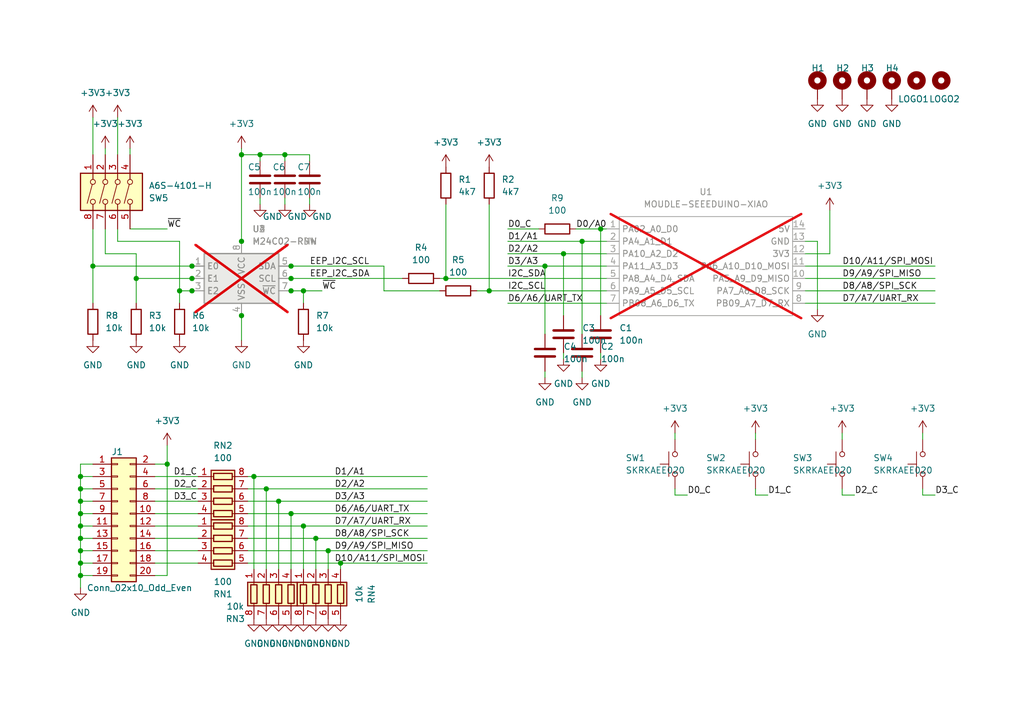
<source format=kicad_sch>
(kicad_sch (version 20230121) (generator eeschema)
  (paper "A5")
  (title_block (title "EEPROM programmer") (date "2024-02-11") (company "Tardigrade Marine Services"))
  (lib_symbols
    (symbol "Connector_Generic:Conn_02x10_Odd_Even" (pin_names (offset 1.016) hide)
      (property "Reference" "J" (at 1.27 12.7 0))
      (property "Value" "Conn_02x10_Odd_Even" (at 1.27 -15.24 0))
      (symbol "Conn_02x10_Odd_Even_1_1"
        (rectangle (start -1.27 -12.573) (end 0 -12.827) (stroke (width 0.1524)))
        (rectangle (start -1.27 -10.033) (end 0 -10.287) (stroke (width 0.1524)))
        (rectangle (start -1.27 -7.493) (end 0 -7.747) (stroke (width 0.1524)))
        (rectangle (start -1.27 -4.953) (end 0 -5.207) (stroke (width 0.1524)))
        (rectangle (start -1.27 -2.413) (end 0 -2.667) (stroke (width 0.1524)))
        (rectangle (start -1.27 0.127) (end 0 -0.127) (stroke (width 0.1524)))
        (rectangle (start -1.27 2.667) (end 0 2.413) (stroke (width 0.1524)))
        (rectangle (start -1.27 5.207) (end 0 4.953) (stroke (width 0.1524)))
        (rectangle (start -1.27 7.747) (end 0 7.493) (stroke (width 0.1524)))
        (rectangle (start -1.27 10.287) (end 0 10.033) (stroke (width 0.1524)))
        (rectangle (start -1.27 11.43) (end 3.81 -13.97) (stroke (width 0.254)) (fill (type background)))
        (rectangle (start 3.81 -12.573) (end 2.54 -12.827) (stroke (width 0.1524)))
        (rectangle (start 3.81 -10.033) (end 2.54 -10.287) (stroke (width 0.1524)))
        (rectangle (start 3.81 -7.493) (end 2.54 -7.747) (stroke (width 0.1524)))
        (rectangle (start 3.81 -4.953) (end 2.54 -5.207) (stroke (width 0.1524)))
        (rectangle (start 3.81 -2.413) (end 2.54 -2.667) (stroke (width 0.1524)))
        (rectangle (start 3.81 0.127) (end 2.54 -0.127) (stroke (width 0.1524)))
        (rectangle (start 3.81 2.667) (end 2.54 2.413) (stroke (width 0.1524)))
        (rectangle (start 3.81 5.207) (end 2.54 4.953) (stroke (width 0.1524)))
        (rectangle (start 3.81 7.747) (end 2.54 7.493) (stroke (width 0.1524)))
        (rectangle (start 3.81 10.287) (end 2.54 10.033) (stroke (width 0.1524)))
        (pin passive line (at -5.08 10.16 0) (length 3.81) (name "Pin_1") (number "1"))
        (pin passive line (at 7.62 0 180) (length 3.81) (name "Pin_10") (number "10"))
        (pin passive line (at -5.08 -2.54 0) (length 3.81) (name "Pin_11") (number "11"))
        (pin passive line (at 7.62 -2.54 180) (length 3.81) (name "Pin_12") (number "12"))
        (pin passive line (at -5.08 -5.08 0) (length 3.81) (name "Pin_13") (number "13"))
        (pin passive line (at 7.62 -5.08 180) (length 3.81) (name "Pin_14") (number "14"))
        (pin passive line (at -5.08 -7.62 0) (length 3.81) (name "Pin_15") (number "15"))
        (pin passive line (at 7.62 -7.62 180) (length 3.81) (name "Pin_16") (number "16"))
        (pin passive line (at -5.08 -10.16 0) (length 3.81) (name "Pin_17") (number "17"))
        (pin passive line (at 7.62 -10.16 180) (length 3.81) (name "Pin_18") (number "18"))
        (pin passive line (at -5.08 -12.7 0) (length 3.81) (name "Pin_19") (number "19"))
        (pin passive line (at 7.62 10.16 180) (length 3.81) (name "Pin_2") (number "2"))
        (pin passive line (at 7.62 -12.7 180) (length 3.81) (name "Pin_20") (number "20"))
        (pin passive line (at -5.08 7.62 0) (length 3.81) (name "Pin_3") (number "3"))
        (pin passive line (at 7.62 7.62 180) (length 3.81) (name "Pin_4") (number "4"))
        (pin passive line (at -5.08 5.08 0) (length 3.81) (name "Pin_5") (number "5"))
        (pin passive line (at 7.62 5.08 180) (length 3.81) (name "Pin_6") (number "6"))
        (pin passive line (at -5.08 2.54 0) (length 3.81) (name "Pin_7") (number "7"))
        (pin passive line (at 7.62 2.54 180) (length 3.81) (name "Pin_8") (number "8"))
        (pin passive line (at -5.08 0 0) (length 3.81) (name "Pin_9") (number "9"))
      )
    )
    (symbol "Device:C" (pin_numbers hide) (pin_names (offset 0.254))
      (property "Reference" "C" (at 0.635 2.54 0))
      (property "Value" "C" (at 0.635 -2.54 0))
      (symbol "C_0_1"
        (polyline (pts (xy -2.032 -0.762) (xy 2.032 -0.762)) (stroke (width 0.508)))
        (polyline (pts (xy -2.032 0.762) (xy 2.032 0.762)) (stroke (width 0.508)))
      )
      (symbol "C_1_1"
        (pin passive line (at 0 3.81 270) (length 2.794) (name "~") (number "1"))
        (pin passive line (at 0 -3.81 90) (length 2.794) (name "~") (number "2"))
      )
    )
    (symbol "Device:R" (pin_numbers hide) (pin_names (offset 0))
      (property "Reference" "R" (at 2.032 0 90))
      (property "Value" "R" (at 0 0 90))
      (symbol "R_0_1"
        (rectangle (start -1.016 -2.54) (end 1.016 2.54) (stroke (width 0.254)))
      )
      (symbol "R_1_1"
        (pin passive line (at 0 3.81 270) (length 1.27) (name "~") (number "1"))
        (pin passive line (at 0 -3.81 90) (length 1.27) (name "~") (number "2"))
      )
    )
    (symbol "Device:R_Pack04" (pin_names (offset 0) hide)
      (property "Reference" "RN" (at -7.62 0 90))
      (property "Value" "R_Pack04" (at 5.08 0 90))
      (symbol "R_Pack04_0_1"
        (rectangle (start -6.35 -2.413) (end 3.81 2.413) (stroke (width 0.254)) (fill (type background)))
        (rectangle (start -5.715 1.905) (end -4.445 -1.905) (stroke (width 0.254)))
        (rectangle (start -3.175 1.905) (end -1.905 -1.905) (stroke (width 0.254)))
        (rectangle (start -0.635 1.905) (end 0.635 -1.905) (stroke (width 0.254)))
        (polyline (pts (xy -5.08 -2.54) (xy -5.08 -1.905)))
        (polyline (pts (xy -5.08 1.905) (xy -5.08 2.54)))
        (polyline (pts (xy -2.54 -2.54) (xy -2.54 -1.905)))
        (polyline (pts (xy -2.54 1.905) (xy -2.54 2.54)))
        (polyline (pts (xy 0 -2.54) (xy 0 -1.905)))
        (polyline (pts (xy 0 1.905) (xy 0 2.54)))
        (polyline (pts (xy 2.54 -2.54) (xy 2.54 -1.905)))
        (polyline (pts (xy 2.54 1.905) (xy 2.54 2.54)))
        (rectangle (start 1.905 1.905) (end 3.175 -1.905) (stroke (width 0.254)))
      )
      (symbol "R_Pack04_1_1"
        (pin passive line (at -5.08 -5.08 90) (length 2.54) (name "R1.1") (number "1"))
        (pin passive line (at -2.54 -5.08 90) (length 2.54) (name "R2.1") (number "2"))
        (pin passive line (at 0 -5.08 90) (length 2.54) (name "R3.1") (number "3"))
        (pin passive line (at 2.54 -5.08 90) (length 2.54) (name "R4.1") (number "4"))
        (pin passive line (at 2.54 5.08 270) (length 2.54) (name "R4.2") (number "5"))
        (pin passive line (at 0 5.08 270) (length 2.54) (name "R3.2") (number "6"))
        (pin passive line (at -2.54 5.08 270) (length 2.54) (name "R2.2") (number "7"))
        (pin passive line (at -5.08 5.08 270) (length 2.54) (name "R1.2") (number "8"))
      )
    )
    (symbol "MOUDLE-SEEEDUINO-XIAO:MOUDLE-SEEEDUINO-XIAO"
      (property "Reference" "U" (at -16.51 11.43 0))
      (property "Value" "MOUDLE-SEEEDUINO-XIAO" (at -3.81 -11.43 0))
      (symbol "MOUDLE-SEEEDUINO-XIAO_0_1"
        (rectangle (start -16.51 10.16) (end 19.05 -10.16))
      )
      (symbol "MOUDLE-SEEEDUINO-XIAO_1_1"
        (pin passive line (at -19.05 7.62 0) (length 2.54) (name "PA02_A0_D0") (number "1"))
        (pin passive line (at 21.59 -2.54 180) (length 2.54) (name "PA5_A9_D9_MISO") (number "10"))
        (pin passive line (at 21.59 0 180) (length 2.54) (name "PA6_A10_D10_MOSI") (number "11"))
        (pin passive line (at 21.59 2.54 180) (length 2.54) (name "3V3") (number "12"))
        (pin passive line (at 21.59 5.08 180) (length 2.54) (name "GND") (number "13"))
        (pin passive line (at 21.59 7.62 180) (length 2.54) (name "5V") (number "14"))
        (pin passive line (at -19.05 5.08 0) (length 2.54) (name "PA4_A1_D1") (number "2"))
        (pin passive line (at -19.05 2.54 0) (length 2.54) (name "PA10_A2_D2") (number "3"))
        (pin passive line (at -19.05 0 0) (length 2.54) (name "PA11_A3_D3") (number "4"))
        (pin passive line (at -19.05 -2.54 0) (length 2.54) (name "PA8_A4_D4_SDA") (number "5"))
        (pin passive line (at -19.05 -5.08 0) (length 2.54) (name "PA9_A5_D5_SCL") (number "6"))
        (pin passive line (at -19.05 -7.62 0) (length 2.54) (name "PB08_A6_D6_TX") (number "7"))
        (pin passive line (at 21.59 -7.62 180) (length 2.54) (name "PB09_A7_D7_RX") (number "8"))
        (pin passive line (at 21.59 -5.08 180) (length 2.54) (name "PA7_A8_D8_SCK") (number "9"))
      )
    )
    (symbol "Mechanical:MountingHole" (pin_names (offset 1.016))
      (property "Reference" "H" (at 0 5.08 0))
      (property "Value" "MountingHole" (at 0 3.175 0))
      (symbol "MountingHole_0_1"
        (circle (center 0 0) (radius 1.27) (stroke (width 1.27)))
      )
    )
    (symbol "Mechanical:MountingHole_Pad" (pin_numbers hide) (pin_names (offset 1.016) hide)
      (property "Reference" "H" (at 0 6.35 0))
      (property "Value" "MountingHole_Pad" (at 0 4.445 0))
      (symbol "MountingHole_Pad_0_1"
        (circle (center 0 1.27) (radius 1.27) (stroke (width 1.27)))
      )
      (symbol "MountingHole_Pad_1_1"
        (pin input line (at 0 -2.54 90) (length 2.54) (name "1") (number "1"))
      )
    )
    (symbol "Memory_EEPROM:M24C02-RDW"
      (property "Reference" "U" (at -6.35 6.35 0))
      (property "Value" "M24C02-RDW" (at 7.62 6.35 0))
      (symbol "M24C02-RDW_0_1"
        (rectangle (start -7.62 5.08) (end 7.62 -5.08) (stroke (width 0.254)) (fill (type background)))
      )
      (symbol "M24C02-RDW_1_1"
        (pin input line (at -10.16 2.54 0) (length 2.54) (name "E0") (number "1"))
        (pin input line (at -10.16 0 0) (length 2.54) (name "E1") (number "2"))
        (pin input line (at -10.16 -2.54 0) (length 2.54) (name "E2") (number "3"))
        (pin power_in line (at 0 -7.62 90) (length 2.54) (name "VSS") (number "4"))
        (pin bidirectional line (at 10.16 2.54 180) (length 2.54) (name "SDA") (number "5"))
        (pin input line (at 10.16 0 180) (length 2.54) (name "SCL") (number "6"))
        (pin input line (at 10.16 -2.54 180) (length 2.54) (name "~{WC}") (number "7"))
        (pin power_in line (at 0 7.62 270) (length 2.54) (name "VCC") (number "8"))
      )
    )
    (symbol "Memory_EEPROM:M24C02-RMN"
      (property "Reference" "U" (at -6.35 6.35 0))
      (property "Value" "M24C02-RMN" (at 7.62 6.35 0))
      (symbol "M24C02-RMN_0_1"
        (rectangle (start -7.62 5.08) (end 7.62 -5.08) (stroke (width 0.254)) (fill (type background)))
      )
      (symbol "M24C02-RMN_1_1"
        (pin input line (at -10.16 2.54 0) (length 2.54) (name "E0") (number "1"))
        (pin input line (at -10.16 0 0) (length 2.54) (name "E1") (number "2"))
        (pin input line (at -10.16 -2.54 0) (length 2.54) (name "E2") (number "3"))
        (pin power_in line (at 0 -7.62 90) (length 2.54) (name "VSS") (number "4"))
        (pin bidirectional line (at 10.16 2.54 180) (length 2.54) (name "SDA") (number "5"))
        (pin input line (at 10.16 0 180) (length 2.54) (name "SCL") (number "6"))
        (pin input line (at 10.16 -2.54 180) (length 2.54) (name "~{WC}") (number "7"))
        (pin power_in line (at 0 7.62 270) (length 2.54) (name "VCC") (number "8"))
      )
    )
    (symbol "Switch:SW_DIP_x04" (pin_names (offset 0) hide)
      (property "Reference" "SW" (at 0 8.89 0))
      (property "Value" "SW_DIP_x04" (at 0 -6.35 0))
      (symbol "SW_DIP_x04_0_0"
        (circle (center -2.032 -2.54) (radius 0.508))
        (circle (center -2.032 0) (radius 0.508))
        (circle (center -2.032 2.54) (radius 0.508))
        (circle (center -2.032 5.08) (radius 0.508))
        (polyline (pts (xy -1.524 -2.3876) (xy 2.3622 -1.3462)))
        (polyline (pts (xy -1.524 0.127) (xy 2.3622 1.1684)))
        (polyline (pts (xy -1.524 2.667) (xy 2.3622 3.7084)))
        (polyline (pts (xy -1.524 5.207) (xy 2.3622 6.2484)))
        (circle (center 2.032 -2.54) (radius 0.508))
        (circle (center 2.032 0) (radius 0.508))
        (circle (center 2.032 2.54) (radius 0.508))
        (circle (center 2.032 5.08) (radius 0.508))
      )
      (symbol "SW_DIP_x04_0_1"
        (rectangle (start -3.81 7.62) (end 3.81 -5.08) (stroke (width 0.254)) (fill (type background)))
      )
      (symbol "SW_DIP_x04_1_1"
        (pin passive line (at -7.62 5.08 0) (length 5.08) (name "~") (number "1"))
        (pin passive line (at -7.62 2.54 0) (length 5.08) (name "~") (number "2"))
        (pin passive line (at -7.62 0 0) (length 5.08) (name "~") (number "3"))
        (pin passive line (at -7.62 -2.54 0) (length 5.08) (name "~") (number "4"))
        (pin passive line (at 7.62 -2.54 180) (length 5.08) (name "~") (number "5"))
        (pin passive line (at 7.62 0 180) (length 5.08) (name "~") (number "6"))
        (pin passive line (at 7.62 2.54 180) (length 5.08) (name "~") (number "7"))
        (pin passive line (at 7.62 5.08 180) (length 5.08) (name "~") (number "8"))
      )
    )
    (symbol "Switch:SW_Push" (pin_numbers hide) (pin_names (offset 1.016) hide)
      (property "Reference" "SW" (at 1.27 2.54 0))
      (property "Value" "SW_Push" (at 0 -1.524 0))
      (symbol "SW_Push_0_1"
        (circle (center -2.032 0) (radius 0.508))
        (polyline (pts (xy 0 1.27) (xy 0 3.048)))
        (polyline (pts (xy 2.54 1.27) (xy -2.54 1.27)))
        (circle (center 2.032 0) (radius 0.508))
        (pin passive line (at -5.08 0 0) (length 2.54) (name "1") (number "1"))
        (pin passive line (at 5.08 0 180) (length 2.54) (name "2") (number "2"))
      )
    )
    (symbol "power:+3V3" (power) (pin_names (offset 0))
      (property "Value" "+3V3" (at 0 3.556 0))
      (symbol "+3V3_0_1"
        (polyline (pts (xy -0.762 1.27) (xy 0 2.54)))
        (polyline (pts (xy 0 0) (xy 0 2.54)))
        (polyline (pts (xy 0 2.54) (xy 0.762 1.27)))
      )
      (symbol "+3V3_1_1"
        (pin power_in line (at 0 0 90) (length 0) hide (name "+3V3") (number "1"))
      )
    )
    (symbol "power:GND" (power) (pin_names (offset 0))
      (property "Value" "GND" (at 0 -3.81 0))
      (symbol "GND_0_1"
        (polyline (pts (xy 0 0) (xy 0 -1.27) (xy 1.27 -1.27) (xy 0 -2.54) (xy -1.27 -1.27) (xy 0 -1.27)))
      )
      (symbol "GND_1_1"
        (pin power_in line (at 0 0 270) (length 0) hide (name "GND") (number "1"))
      )
    )
  )
  (junction (at 39.37 57.15))
  (junction (at 27.94 57.15))
  (junction (at 100.33 59.69))
  (junction (at 67.31 113.03))
  (junction (at 16.51 107.95))
  (junction (at 16.51 100.33))
  (junction (at 49.53 64.77))
  (junction (at 16.51 118.11))
  (junction (at 16.51 102.87))
  (junction (at 16.51 97.79))
  (junction (at 19.05 54.61))
  (junction (at 59.69 105.41))
  (junction (at 62.23 59.69))
  (junction (at 36.83 59.69))
  (junction (at 64.77 110.49))
  (junction (at 69.85 115.57))
  (junction (at 59.69 54.61))
  (junction (at 16.51 110.49))
  (junction (at 53.34 31.75))
  (junction (at 49.53 49.53))
  (junction (at 111.76 54.61))
  (junction (at 62.23 107.95))
  (junction (at 52.07 97.79))
  (junction (at 16.51 113.03))
  (junction (at 34.29 95.25))
  (junction (at 54.61 100.33))
  (junction (at 119.38 49.53))
  (junction (at 115.57 52.07))
  (junction (at 49.53 31.75))
  (junction (at 59.69 57.15))
  (junction (at 59.69 59.69))
  (junction (at 91.44 57.15))
  (junction (at 39.37 54.61))
  (junction (at 16.51 105.41))
  (junction (at 123.19 46.99))
  (junction (at 16.51 115.57))
  (junction (at 58.42 31.75))
  (junction (at 57.15 102.87))
  (junction (at 39.37 59.69))
  (wire (pts (xy 62.23 62.23) (xy 62.23 59.69)))
  (wire (pts (xy 167.64 49.53) (xy 167.64 63.5)))
  (wire (pts (xy 104.14 52.07) (xy 115.57 52.07)))
  (wire (pts (xy 138.43 101.6) (xy 140.97 101.6)))
  (wire (pts (xy 26.67 46.99) (xy 34.29 46.99)))
  (wire (pts (xy 16.51 115.57) (xy 16.51 113.03)))
  (wire (pts (xy 111.76 77.47) (xy 111.76 76.2)))
  (wire (pts (xy 16.51 102.87) (xy 16.51 100.33)))
  (wire (pts (xy 104.14 62.23) (xy 124.46 62.23)))
  (wire (pts (xy 154.94 101.6) (xy 157.48 101.6)))
  (wire (pts (xy 100.33 59.69) (xy 124.46 59.69)))
  (wire (pts (xy 172.72 100.33) (xy 172.72 101.6)))
  (wire (pts (xy 50.8 110.49) (xy 64.77 110.49)))
  (wire (pts (xy 59.69 105.41) (xy 87.63 105.41)))
  (wire (pts (xy 50.8 102.87) (xy 57.15 102.87)))
  (wire (pts (xy 62.23 59.69) (xy 66.04 59.69)))
  (wire (pts (xy 59.69 57.15) (xy 82.55 57.15)))
  (wire (pts (xy 119.38 77.47) (xy 119.38 76.2)))
  (wire (pts (xy 119.38 49.53) (xy 124.46 49.53)))
  (wire (pts (xy 19.05 115.57) (xy 16.51 115.57)))
  (wire (pts (xy 54.61 100.33) (xy 87.63 100.33)))
  (wire (pts (xy 111.76 54.61) (xy 124.46 54.61)))
  (wire (pts (xy 19.05 118.11) (xy 16.51 118.11)))
  (wire (pts (xy 16.51 97.79) (xy 16.51 95.25)))
  (wire (pts (xy 34.29 95.25) (xy 31.75 95.25)))
  (wire (pts (xy 172.72 88.9) (xy 172.72 90.17)))
  (wire (pts (xy 16.51 113.03) (xy 16.51 110.49)))
  (wire (pts (xy 165.1 54.61) (xy 191.77 54.61)))
  (wire (pts (xy 24.13 49.53) (xy 36.83 49.53)))
  (wire (pts (xy 34.29 118.11) (xy 31.75 118.11)))
  (wire (pts (xy 62.23 107.95) (xy 87.63 107.95)))
  (wire (pts (xy 91.44 41.91) (xy 91.44 57.15)))
  (wire (pts (xy 50.8 113.03) (xy 67.31 113.03)))
  (wire (pts (xy 50.8 100.33) (xy 54.61 100.33)))
  (wire (pts (xy 53.34 31.75) (xy 58.42 31.75)))
  (wire (pts (xy 165.1 62.23) (xy 191.77 62.23)))
  (wire (pts (xy 27.94 62.23) (xy 27.94 57.15)))
  (wire (pts (xy 62.23 59.69) (xy 59.69 59.69)))
  (wire (pts (xy 53.34 41.91) (xy 53.34 40.64)))
  (wire (pts (xy 115.57 73.66) (xy 115.57 72.39)))
  (wire (pts (xy 19.05 46.99) (xy 19.05 54.61)))
  (wire (pts (xy 57.15 102.87) (xy 87.63 102.87)))
  (wire (pts (xy 64.77 110.49) (xy 64.77 116.84)))
  (wire (pts (xy 21.59 30.48) (xy 21.59 31.75)))
  (wire (pts (xy 40.64 115.57) (xy 31.75 115.57)))
  (wire (pts (xy 53.34 33.02) (xy 53.34 31.75)))
  (wire (pts (xy 16.51 95.25) (xy 19.05 95.25)))
  (wire (pts (xy 189.23 101.6) (xy 191.77 101.6)))
  (wire (pts (xy 115.57 52.07) (xy 115.57 64.77)))
  (wire (pts (xy 49.53 69.85) (xy 49.53 64.77)))
  (wire (pts (xy 54.61 100.33) (xy 54.61 116.84)))
  (wire (pts (xy 90.17 59.69) (xy 78.74 59.69)))
  (wire (pts (xy 34.29 91.44) (xy 34.29 95.25)))
  (wire (pts (xy 49.53 30.48) (xy 49.53 31.75)))
  (wire (pts (xy 154.94 88.9) (xy 154.94 90.17)))
  (wire (pts (xy 165.1 49.53) (xy 167.64 49.53)))
  (wire (pts (xy 24.13 24.13) (xy 24.13 31.75)))
  (wire (pts (xy 52.07 97.79) (xy 52.07 116.84)))
  (wire (pts (xy 19.05 110.49) (xy 16.51 110.49)))
  (wire (pts (xy 119.38 49.53) (xy 119.38 68.58)))
  (wire (pts (xy 19.05 62.23) (xy 19.05 54.61)))
  (wire (pts (xy 118.11 46.99) (xy 123.19 46.99)))
  (wire (pts (xy 40.64 113.03) (xy 31.75 113.03)))
  (wire (pts (xy 172.72 101.6) (xy 175.26 101.6)))
  (wire (pts (xy 21.59 46.99) (xy 21.59 52.07)))
  (wire (pts (xy 58.42 33.02) (xy 58.42 31.75)))
  (wire (pts (xy 24.13 46.99) (xy 24.13 49.53)))
  (wire (pts (xy 19.05 54.61) (xy 39.37 54.61)))
  (wire (pts (xy 40.64 107.95) (xy 31.75 107.95)))
  (wire (pts (xy 40.64 100.33) (xy 31.75 100.33)))
  (wire (pts (xy 16.51 105.41) (xy 16.51 102.87)))
  (wire (pts (xy 138.43 88.9) (xy 138.43 90.17)))
  (wire (pts (xy 104.14 46.99) (xy 110.49 46.99)))
  (wire (pts (xy 69.85 115.57) (xy 69.85 116.84)))
  (wire (pts (xy 16.51 110.49) (xy 16.51 107.95)))
  (wire (pts (xy 165.1 57.15) (xy 191.77 57.15)))
  (wire (pts (xy 36.83 59.69) (xy 39.37 59.69)))
  (wire (pts (xy 189.23 100.33) (xy 189.23 101.6)))
  (wire (pts (xy 50.8 105.41) (xy 59.69 105.41)))
  (wire (pts (xy 63.5 31.75) (xy 58.42 31.75)))
  (wire (pts (xy 63.5 33.02) (xy 63.5 31.75)))
  (wire (pts (xy 111.76 54.61) (xy 111.76 68.58)))
  (wire (pts (xy 19.05 97.79) (xy 16.51 97.79)))
  (wire (pts (xy 52.07 97.79) (xy 87.63 97.79)))
  (wire (pts (xy 36.83 49.53) (xy 36.83 59.69)))
  (wire (pts (xy 50.8 107.95) (xy 62.23 107.95)))
  (wire (pts (xy 19.05 102.87) (xy 16.51 102.87)))
  (wire (pts (xy 189.23 88.9) (xy 189.23 90.17)))
  (wire (pts (xy 27.94 52.07) (xy 27.94 57.15)))
  (wire (pts (xy 40.64 97.79) (xy 31.75 97.79)))
  (wire (pts (xy 123.19 73.66) (xy 123.19 72.39)))
  (wire (pts (xy 104.14 54.61) (xy 111.76 54.61)))
  (wire (pts (xy 170.18 52.07) (xy 165.1 52.07)))
  (wire (pts (xy 165.1 59.69) (xy 191.77 59.69)))
  (wire (pts (xy 67.31 113.03) (xy 87.63 113.03)))
  (wire (pts (xy 16.51 107.95) (xy 16.51 105.41)))
  (wire (pts (xy 19.05 100.33) (xy 16.51 100.33)))
  (wire (pts (xy 19.05 105.41) (xy 16.51 105.41)))
  (wire (pts (xy 57.15 102.87) (xy 57.15 116.84)))
  (wire (pts (xy 16.51 120.65) (xy 16.51 118.11)))
  (wire (pts (xy 40.64 110.49) (xy 31.75 110.49)))
  (wire (pts (xy 19.05 24.13) (xy 19.05 31.75)))
  (wire (pts (xy 58.42 41.91) (xy 58.42 40.64)))
  (wire (pts (xy 40.64 102.87) (xy 31.75 102.87)))
  (wire (pts (xy 16.51 100.33) (xy 16.51 97.79)))
  (wire (pts (xy 34.29 95.25) (xy 34.29 118.11)))
  (wire (pts (xy 26.67 30.48) (xy 26.67 31.75)))
  (wire (pts (xy 19.05 113.03) (xy 16.51 113.03)))
  (wire (pts (xy 67.31 113.03) (xy 67.31 116.84)))
  (wire (pts (xy 123.19 46.99) (xy 123.19 64.77)))
  (wire (pts (xy 50.8 97.79) (xy 52.07 97.79)))
  (wire (pts (xy 69.85 115.57) (xy 87.63 115.57)))
  (wire (pts (xy 62.23 107.95) (xy 62.23 116.84)))
  (wire (pts (xy 104.14 49.53) (xy 119.38 49.53)))
  (wire (pts (xy 97.79 59.69) (xy 100.33 59.69)))
  (wire (pts (xy 170.18 43.18) (xy 170.18 52.07)))
  (wire (pts (xy 27.94 57.15) (xy 39.37 57.15)))
  (wire (pts (xy 36.83 62.23) (xy 36.83 59.69)))
  (wire (pts (xy 64.77 110.49) (xy 87.63 110.49)))
  (wire (pts (xy 154.94 100.33) (xy 154.94 101.6)))
  (wire (pts (xy 138.43 100.33) (xy 138.43 101.6)))
  (wire (pts (xy 59.69 105.41) (xy 59.69 116.84)))
  (wire (pts (xy 49.53 31.75) (xy 49.53 49.53)))
  (wire (pts (xy 115.57 52.07) (xy 124.46 52.07)))
  (wire (pts (xy 40.64 105.41) (xy 31.75 105.41)))
  (wire (pts (xy 19.05 107.95) (xy 16.51 107.95)))
  (wire (pts (xy 21.59 52.07) (xy 27.94 52.07)))
  (wire (pts (xy 50.8 115.57) (xy 69.85 115.57)))
  (wire (pts (xy 53.34 31.75) (xy 49.53 31.75)))
  (wire (pts (xy 91.44 57.15) (xy 124.46 57.15)))
  (wire (pts (xy 59.69 54.61) (xy 78.74 54.61)))
  (wire (pts (xy 123.19 46.99) (xy 124.46 46.99)))
  (wire (pts (xy 78.74 59.69) (xy 78.74 54.61)))
  (wire (pts (xy 90.17 57.15) (xy 91.44 57.15)))
  (wire (pts (xy 16.51 118.11) (xy 16.51 115.57)))
  (wire (pts (xy 100.33 41.91) (xy 100.33 59.69)))
  (wire (pts (xy 63.5 41.91) (xy 63.5 40.64)))
  (label "D10{slash}A11{slash}SPI_MOSI" (at 172.72 54.61 0))
  (label "D9{slash}A9{slash}SPI_MISO" (at 172.72 57.15 0))
  (label "D2_C" (at 35.56 100.33 0))
  (label "D1{slash}A1" (at 104.14 49.53 0))
  (label "D8{slash}A8{slash}SPI_SCK" (at 68.58 110.49 0))
  (label "D10{slash}A11{slash}SPI_MOSI" (at 68.58 115.57 0))
  (label "D7{slash}A7{slash}UART_RX" (at 68.58 107.95 0))
  (label "D1{slash}A1" (at 68.58 97.79 0))
  (label "EEP_I2C_SCL" (at 63.5 54.61 0))
  (label "~{WC}" (at 66.04 59.69 0))
  (label "D2{slash}A2" (at 104.14 52.07 0))
  (label "D3{slash}A3" (at 104.14 54.61 0))
  (label "D3_C" (at 191.77 101.6 0))
  (label "D7{slash}A7{slash}UART_RX" (at 172.72 62.23 0))
  (label "D3_C" (at 35.56 102.87 0))
  (label "D9{slash}A9{slash}SPI_MISO" (at 68.58 113.03 0))
  (label "I2C_SCL" (at 104.14 59.69 0))
  (label "EEP_I2C_SDA" (at 63.5 57.15 0))
  (label "D6{slash}A6{slash}UART_TX" (at 104.14 62.23 0))
  (label "D6{slash}A6{slash}UART_TX" (at 68.58 105.41 0))
  (label "D1_C" (at 157.48 101.6 0))
  (label "D2_C" (at 175.26 101.6 0))
  (label "D0_C" (at 104.14 46.99 0))
  (label "D1_C" (at 35.56 97.79 0))
  (label "~{WC}" (at 34.29 46.99 0))
  (label "D0{slash}A0" (at 118.11 46.99 0))
  (label "D0_C" (at 140.97 101.6 0))
  (label "I2C_SDA" (at 104.14 57.15 0))
  (label "D3{slash}A3" (at 68.58 102.87 0))
  (label "D2{slash}A2" (at 68.58 100.33 0))
  (label "D8{slash}A8{slash}SPI_SCK" (at 172.72 59.69 0))
  (symbol (lib_id "power:GND") (at 63.5 41.91 0) (unit 1)
    (property "Reference" "#PWR035" (effects hide))
    (property "Value" "GND" (at 66.04 44.45 0))
  )
  (symbol (lib_id "power:GND") (at 115.57 73.66 0) (unit 1)
    (property "Reference" "#PWR027" (effects hide))
    (property "Value" "GND" (at 115.57 78.74 0))
  )
  (symbol (lib_id "Device:R") (at 36.83 66.04 0) (unit 1)
    (property "Reference" "R6" (at 39.37 64.77 0) (effects (justify left)))
    (property "Value" "10k" (at 39.37 67.31 0) (effects (justify left)))
    (property "Footprint" "Resistor_SMD:R_0402_1005Metric" (effects hide))
    (property "MPN" "AF0402JR-0710KRL" (effects hide))
  )
  (symbol (lib_id "Device:R_Pack04") (at 45.72 102.87 270) (unit 1)
    (property "Reference" "RN2" (at 45.72 91.44 90))
    (property "Value" "100" (at 45.72 93.98 90))
    (property "Footprint" "Resistor_SMD:R_Array_Concave_4x0603" (effects hide))
    (property "MPN" "YC164-JR-07100RL" (effects hide))
  )
  (symbol (lib_id "Device:R_Pack04") (at 67.31 121.92 0) (mirror x) (unit 1)
    (property "Reference" "RN4" (at 76.2 121.92 90))
    (property "Value" "10k" (at 73.66 121.92 90))
    (property "Footprint" "Resistor_SMD:R_Array_Concave_4x0603" (effects hide))
    (property "MPN" "YC164-JR-0710KRL" (effects hide))
  )
  (symbol (lib_id "Device:R_Pack04") (at 57.15 121.92 0) (mirror x) (unit 1)
    (property "Reference" "RN3" (at 48.26 127 0))
    (property "Value" "10k" (at 48.26 124.46 0))
    (property "Footprint" "Resistor_SMD:R_Array_Concave_4x0603" (effects hide))
    (property "MPN" "YC164-JR-0710KRL" (effects hide))
  )
  (symbol (lib_id "power:GND") (at 119.38 77.47 0) (unit 1)
    (property "Reference" "#PWR030" (effects hide))
    (property "Value" "GND" (at 119.38 82.55 0))
  )
  (symbol (lib_id "power:GND") (at 182.88 20.32 0) (unit 1)
    (property "Reference" "#PWR039" (effects hide))
    (property "Value" "GND" (at 182.88 25.4 0))
  )
  (symbol (lib_id "power:GND") (at 111.76 77.47 0) (unit 1)
    (property "Reference" "#PWR033" (effects hide))
    (property "Value" "GND" (at 111.76 82.55 0))
  )
  (symbol (lib_id "Memory_EEPROM:M24C02-RMN") (at 49.53 57.15 0) (unit 1) (dnp yes)
    (property "Reference" "U4" (at 51.7241 46.99 0) (effects (justify left)))
    (property "Value" "M24C02" (at 51.7241 49.53 0) (effects (justify left)))
    (property "Footprint" "Package_DIP:DIP-8_W7.62mm_Socket" (effects hide))
    (property "Datasheet" "http://www.st.com/content/ccc/resource/technical/document/datasheet/b0/d8/50/40/5a/85/49/6f/DM00071904.pdf/files/DM00071904.pdf/jcr:content/translations/en.DM00071904.pdf" (effects hide))
  )
  (symbol (lib_id "power:+3V3") (at 24.13 24.13 0) (unit 1)
    (property "Reference" "#PWR014" (effects hide))
    (property "Value" "+3V3" (at 24.13 19.05 0))
  )
  (symbol (lib_id "Mechanical:MountingHole_Pad") (at 172.72 17.78 0) (unit 1)
    (property "Reference" "H2" (at 171.45 13.97 0) (effects (justify left)))
    (property "Value" "MountingHole_Pad" (effects hide))
    (property "Footprint" "MountingHole:MountingHole_2.7mm_M2.5_ISO7380_Pad_TopBottom" (effects hide))
  )
  (symbol (lib_id "power:GND") (at 172.72 20.32 0) (unit 1)
    (property "Reference" "#PWR037" (effects hide))
    (property "Value" "GND" (at 172.72 25.4 0))
  )
  (symbol (lib_id "power:GND") (at 167.64 63.5 0) (unit 1)
    (property "Reference" "#PWR05" (effects hide))
    (property "Value" "GND" (at 167.64 68.58 0))
  )
  (symbol (lib_id "power:GND") (at 16.51 120.65 0) (unit 1)
    (property "Reference" "#PWR016" (effects hide))
    (property "Value" "GND" (at 16.51 125.73 0))
  )
  (symbol (lib_id "power:GND") (at 52.07 127 0) (unit 1)
    (property "Reference" "#PWR018" (effects hide))
    (property "Value" "GND" (at 52.07 132.08 0))
  )
  (symbol (lib_id "Mechanical:MountingHole") (at 193.04 16.51 0) (unit 1)
    (property "Reference" "LOGO2" (at 190.5 20.32 0) (effects (justify left)))
    (property "Value" "MountingHole" (effects hide))
    (property "Footprint" "Logo:TardigradeLogo_v3" (effects hide))
  )
  (symbol (lib_id "Device:C") (at 53.34 36.83 0) (unit 1)
    (property "Reference" "C5" (at 50.8 34.29 0) (effects (justify left)))
    (property "Value" "100n" (at 50.8 39.37 0) (effects (justify left)))
    (property "Footprint" "Capacitor_SMD:C_0402_1005Metric" (effects hide))
    (property "MPN" "CC0402KRX7R7BB104" (effects hide))
  )
  (symbol (lib_id "Device:C") (at 111.76 72.39 0) (unit 1)
    (property "Reference" "C4" (at 115.57 71.12 0) (effects (justify left)))
    (property "Value" "100n" (at 115.57 73.66 0) (effects (justify left)))
    (property "Footprint" "Capacitor_SMD:C_0402_1005Metric" (effects hide))
    (property "MPN" "CC0402KRX7R7BB104" (effects hide))
  )
  (symbol (lib_id "power:GND") (at 54.61 127 0) (unit 1)
    (property "Reference" "#PWR019" (effects hide))
    (property "Value" "GND" (at 54.61 132.08 0))
  )
  (symbol (lib_id "power:GND") (at 36.83 69.85 0) (unit 1)
    (property "Reference" "#PWR08" (effects hide))
    (property "Value" "GND" (at 36.83 74.93 0))
  )
  (symbol (lib_id "Mechanical:MountingHole_Pad") (at 177.8 17.78 0) (unit 1)
    (property "Reference" "H3" (at 176.53 13.97 0) (effects (justify left)))
    (property "Value" "MountingHole_Pad" (effects hide))
    (property "Footprint" "MountingHole:MountingHole_2.7mm_M2.5_ISO7380_Pad_TopBottom" (effects hide))
  )
  (symbol (lib_id "power:+3V3") (at 49.53 30.48 0) (unit 1)
    (property "Reference" "#PWR03" (effects hide))
    (property "Value" "+3V3" (at 49.53 25.4 0))
  )
  (symbol (lib_id "Mechanical:MountingHole") (at 187.96 16.51 0) (unit 1)
    (property "Reference" "LOGO1" (at 184.15 20.32 0) (effects (justify left)))
    (property "Value" "MountingHole" (effects hide))
    (property "Footprint" "Logo:TardigradeLogo_v3" (effects hide))
  )
  (symbol (lib_id "power:+3V3") (at 154.94 88.9 0) (unit 1)
    (property "Reference" "#PWR026" (effects hide))
    (property "Value" "+3V3" (at 154.94 83.82 0))
  )
  (symbol (lib_id "power:GND") (at 59.69 127 0) (unit 1)
    (property "Reference" "#PWR021" (effects hide))
    (property "Value" "GND" (at 59.69 132.08 0))
  )
  (symbol (lib_id "Device:R") (at 86.36 57.15 90) (unit 1)
    (property "Reference" "R4" (at 86.36 50.8 90))
    (property "Value" "100" (at 86.36 53.34 90))
    (property "Footprint" "Resistor_SMD:R_0402_1005Metric" (effects hide))
    (property "MPN" "AF0402JR-07100RL" (effects hide))
  )
  (symbol (lib_id "power:GND") (at 58.42 41.91 0) (unit 1)
    (property "Reference" "#PWR034" (effects hide))
    (property "Value" "GND" (at 60.96 44.45 0))
  )
  (symbol (lib_id "power:GND") (at 123.19 73.66 0) (unit 1)
    (property "Reference" "#PWR031" (effects hide))
    (property "Value" "GND" (at 123.19 78.74 0))
  )
  (symbol (lib_id "power:+3V3") (at 19.05 24.13 0) (unit 1)
    (property "Reference" "#PWR012" (effects hide))
    (property "Value" "+3V3" (at 19.05 19.05 0))
  )
  (symbol (lib_id "Switch:SW_Push") (at 154.94 95.25 90) (unit 1)
    (property "Reference" "SW2" (at 144.78 93.98 90) (effects (justify right)))
    (property "Value" "SKRKAEE020" (at 144.78 96.52 90) (effects (justify right)))
    (property "Footprint" "Button_Switch_SMD:SW_Push_SPST_NO_Alps_SKRK" (effects hide))
    (property "MPN" "SKRKAEE020" (effects hide))
  )
  (symbol (lib_id "Device:R") (at 91.44 38.1 0) (unit 1)
    (property "Reference" "R1" (at 93.98 36.83 0) (effects (justify left)))
    (property "Value" "4k7" (at 93.98 39.37 0) (effects (justify left)))
    (property "Footprint" "Resistor_SMD:R_0402_1005Metric" (effects hide))
    (property "MPN" "AF0402JR-074K7RL" (effects hide))
  )
  (symbol (lib_id "power:GND") (at 69.85 127 0) (unit 1)
    (property "Reference" "#PWR025" (effects hide))
    (property "Value" "GND" (at 69.85 132.08 0))
  )
  (symbol (lib_id "Memory_EEPROM:M24C02-RMN") (at 49.53 57.15 0) (unit 1) (dnp yes)
    (property "Reference" "U3" (at 51.7241 46.99 0) (effects (justify left)))
    (property "Value" "M24C02-RMN" (at 51.7241 49.53 0) (effects (justify left)))
    (property "Footprint" "Package_SO:SOIC-8_3.9x4.9mm_P1.27mm" (effects hide))
    (property "Datasheet" "http://www.st.com/content/ccc/resource/technical/document/datasheet/b0/d8/50/40/5a/85/49/6f/DM00071904.pdf/files/DM00071904.pdf/jcr:content/translations/en.DM00071904.pdf" (effects hide))
  )
  (symbol (lib_id "power:GND") (at 67.31 127 0) (unit 1)
    (property "Reference" "#PWR024" (effects hide))
    (property "Value" "GND" (at 67.31 132.08 0))
  )
  (symbol (lib_id "power:GND") (at 64.77 127 0) (unit 1)
    (property "Reference" "#PWR023" (effects hide))
    (property "Value" "GND" (at 64.77 132.08 0))
  )
  (symbol (lib_id "Device:R") (at 27.94 66.04 0) (unit 1)
    (property "Reference" "R3" (at 30.48 64.77 0) (effects (justify left)))
    (property "Value" "10k" (at 30.48 67.31 0) (effects (justify left)))
    (property "Footprint" "Resistor_SMD:R_0402_1005Metric" (effects hide))
    (property "MPN" "AF0402JR-0710KRL" (effects hide))
  )
  (symbol (lib_id "Switch:SW_DIP_x04") (at 24.13 39.37 90) (mirror x) (unit 1)
    (property "Reference" "SW5" (at 30.48 40.64 90) (effects (justify right)))
    (property "Value" "A6S-4101-H" (at 30.48 38.1 90) (effects (justify right)))
    (property "Footprint" "Button_Switch_SMD:SW_DIP_SPSTx04_Slide_Omron_A6S-410x_W8.9mm_P2.54mm" (effects hide))
    (property "MPN" "A6S-4101-H" (effects hide))
  )
  (symbol (lib_id "Connector_Generic:Conn_02x10_Odd_Even") (at 24.13 105.41 0) (unit 1)
    (property "Reference" "J1" (at 22.86 92.71 0) (effects (justify left)))
    (property "Value" "Conn_02x10_Odd_Even" (at 17.78 120.65 0) (effects (justify left)))
    (property "Footprint" "Connector_PinHeader_2.54mm:PinHeader_2x10_P2.54mm_Vertical_SMD" (effects hide))
    (property "MPN" "TSM-110-01-L-DV-P-TR" (effects hide))
  )
  (symbol (lib_id "power:GND") (at 62.23 69.85 0) (unit 1)
    (property "Reference" "#PWR011" (effects hide))
    (property "Value" "GND" (at 62.23 74.93 0))
  )
  (symbol (lib_id "power:GND") (at 53.34 41.91 0) (unit 1)
    (property "Reference" "#PWR06" (effects hide))
    (property "Value" "GND" (at 55.88 44.45 0))
  )
  (symbol (lib_id "Device:C") (at 119.38 72.39 0) (unit 1)
    (property "Reference" "C2" (at 123.19 71.12 0) (effects (justify left)))
    (property "Value" "100n" (at 123.19 73.66 0) (effects (justify left)))
    (property "Footprint" "Capacitor_SMD:C_0402_1005Metric" (effects hide))
    (property "MPN" "CC0402KRX7R7BB104" (effects hide))
  )
  (symbol (lib_id "power:+3V3") (at 26.67 30.48 0) (unit 1)
    (property "Reference" "#PWR015" (effects hide))
    (property "Value" "+3V3" (at 26.67 25.4 0))
  )
  (symbol (lib_id "power:+3V3") (at 189.23 88.9 0) (unit 1)
    (property "Reference" "#PWR029" (effects hide))
    (property "Value" "+3V3" (at 189.23 83.82 0))
  )
  (symbol (lib_id "Device:C") (at 123.19 68.58 0) (unit 1)
    (property "Reference" "C1" (at 127 67.31 0) (effects (justify left)))
    (property "Value" "100n" (at 127 69.85 0) (effects (justify left)))
    (property "Footprint" "Capacitor_SMD:C_0402_1005Metric" (effects hide))
    (property "MPN" "CC0402KRX7R7BB104" (effects hide))
  )
  (symbol (lib_id "Device:R") (at 114.3 46.99 90) (unit 1)
    (property "Reference" "R9" (at 114.3 40.64 90))
    (property "Value" "100" (at 114.3 43.18 90))
    (property "Footprint" "Resistor_SMD:R_0402_1005Metric" (effects hide))
    (property "MPN" "AF0402JR-07100RL" (effects hide))
  )
  (symbol (lib_id "power:GND") (at 177.8 20.32 0) (unit 1)
    (property "Reference" "#PWR038" (effects hide))
    (property "Value" "GND" (at 177.8 25.4 0))
  )
  (symbol (lib_id "Device:C") (at 115.57 68.58 0) (unit 1)
    (property "Reference" "C3" (at 119.38 67.31 0) (effects (justify left)))
    (property "Value" "100n" (at 119.38 69.85 0) (effects (justify left)))
    (property "Footprint" "Capacitor_SMD:C_0402_1005Metric" (effects hide))
    (property "MPN" "CC0402KRX7R7BB104" (effects hide))
  )
  (symbol (lib_id "power:+3V3") (at 34.29 91.44 0) (unit 1)
    (property "Reference" "#PWR017" (effects hide))
    (property "Value" "+3V3" (at 34.29 86.36 0))
  )
  (symbol (lib_id "Device:R_Pack04") (at 45.72 113.03 270) (unit 1)
    (property "Reference" "RN1" (at 45.72 121.92 90))
    (property "Value" "100" (at 45.72 119.38 90))
    (property "Footprint" "Resistor_SMD:R_Array_Concave_4x0603" (effects hide))
    (property "MPN" "YC164-JR-07100RL" (effects hide))
  )
  (symbol (lib_id "Mechanical:MountingHole_Pad") (at 167.64 17.78 0) (unit 1)
    (property "Reference" "H1" (at 166.37 13.97 0) (effects (justify left)))
    (property "Value" "MountingHole_Pad" (effects hide))
    (property "Footprint" "MountingHole:MountingHole_2.7mm_M2.5_ISO7380_Pad_TopBottom" (effects hide))
  )
  (symbol (lib_id "Device:R") (at 93.98 59.69 90) (unit 1)
    (property "Reference" "R5" (at 93.98 53.34 90))
    (property "Value" "100" (at 93.98 55.88 90))
    (property "Footprint" "Resistor_SMD:R_0402_1005Metric" (effects hide))
    (property "MPN" "AF0402JR-07100RL" (effects hide))
  )
  (symbol (lib_id "Switch:SW_Push") (at 138.43 95.25 90) (unit 1)
    (property "Reference" "SW1" (at 128.27 93.98 90) (effects (justify right)))
    (property "Value" "SKRKAEE020" (at 128.27 96.52 90) (effects (justify right)))
    (property "Footprint" "Button_Switch_SMD:SW_Push_SPST_NO_Alps_SKRK" (effects hide))
    (property "MPN" "SKRKAEE020" (effects hide))
  )
  (symbol (lib_id "power:+3V3") (at 170.18 43.18 0) (unit 1)
    (property "Reference" "#PWR04" (effects hide))
    (property "Value" "+3V3" (at 170.18 38.1 0))
  )
  (symbol (lib_id "Device:R") (at 19.05 66.04 0) (unit 1)
    (property "Reference" "R8" (at 21.59 64.77 0) (effects (justify left)))
    (property "Value" "10k" (at 21.59 67.31 0) (effects (justify left)))
    (property "Footprint" "Resistor_SMD:R_0402_1005Metric" (effects hide))
    (property "MPN" "AF0402JR-0710KRL" (effects hide))
  )
  (symbol (lib_id "Switch:SW_Push") (at 172.72 95.25 90) (unit 1)
    (property "Reference" "SW3" (at 162.56 93.98 90) (effects (justify right)))
    (property "Value" "SKRKAEE020" (at 162.56 96.52 90) (effects (justify right)))
    (property "Footprint" "Button_Switch_SMD:SW_Push_SPST_NO_Alps_SKRK" (effects hide))
    (property "MPN" "SKRKAEE020" (effects hide))
  )
  (symbol (lib_id "Switch:SW_Push") (at 189.23 95.25 90) (unit 1)
    (property "Reference" "SW4" (at 179.07 93.98 90) (effects (justify right)))
    (property "Value" "SKRKAEE020" (at 179.07 96.52 90) (effects (justify right)))
    (property "Footprint" "Button_Switch_SMD:SW_Push_SPST_NO_Alps_SKRK" (effects hide))
    (property "MPN" "SKRKAEE020" (effects hide))
  )
  (symbol (lib_id "power:GND") (at 167.64 20.32 0) (unit 1)
    (property "Reference" "#PWR036" (effects hide))
    (property "Value" "GND" (at 167.64 25.4 0))
  )
  (symbol (lib_id "power:+3V3") (at 138.43 88.9 0) (unit 1)
    (property "Reference" "#PWR032" (effects hide))
    (property "Value" "+3V3" (at 138.43 83.82 0))
  )
  (symbol (lib_id "power:+3V3") (at 172.72 88.9 0) (unit 1)
    (property "Reference" "#PWR028" (effects hide))
    (property "Value" "+3V3" (at 172.72 83.82 0))
  )
  (symbol (lib_id "power:GND") (at 49.53 69.85 0) (unit 1)
    (property "Reference" "#PWR07" (effects hide))
    (property "Value" "GND" (at 49.53 74.93 0))
  )
  (symbol (lib_id "power:GND") (at 19.05 69.85 0) (unit 1)
    (property "Reference" "#PWR010" (effects hide))
    (property "Value" "GND" (at 19.05 74.93 0))
  )
  (symbol (lib_id "power:+3V3") (at 21.59 30.48 0) (unit 1)
    (property "Reference" "#PWR013" (effects hide))
    (property "Value" "+3V3" (at 21.59 25.4 0))
  )
  (symbol (lib_id "power:GND") (at 57.15 127 0) (unit 1)
    (property "Reference" "#PWR020" (effects hide))
    (property "Value" "GND" (at 57.15 132.08 0))
  )
  (symbol (lib_id "power:+3V3") (at 91.44 34.29 0) (unit 1)
    (property "Reference" "#PWR01" (effects hide))
    (property "Value" "+3V3" (at 91.44 29.21 0))
  )
  (symbol (lib_id "Device:C") (at 63.5 36.83 0) (unit 1)
    (property "Reference" "C7" (at 60.96 34.29 0) (effects (justify left)))
    (property "Value" "100n" (at 60.96 39.37 0) (effects (justify left)))
    (property "Footprint" "Capacitor_SMD:C_0402_1005Metric" (effects hide))
    (property "MPN" "CC0402KRX7R7BB104" (effects hide))
  )
  (symbol (lib_id "Mechanical:MountingHole_Pad") (at 182.88 17.78 0) (unit 1)
    (property "Reference" "H4" (at 181.61 13.97 0) (effects (justify left)))
    (property "Value" "MountingHole_Pad" (effects hide))
    (property "Footprint" "MountingHole:MountingHole_2.7mm_M2.5_ISO7380_Pad_TopBottom" (effects hide))
  )
  (symbol (lib_id "power:GND") (at 27.94 69.85 0) (unit 1)
    (property "Reference" "#PWR09" (effects hide))
    (property "Value" "GND" (at 27.94 74.93 0))
  )
  (symbol (lib_id "power:GND") (at 62.23 127 0) (unit 1)
    (property "Reference" "#PWR022" (effects hide))
    (property "Value" "GND" (at 62.23 132.08 0))
  )
  (symbol (lib_id "Memory_EEPROM:M24C02-RDW") (at 49.53 57.15 0) (unit 1) (dnp yes)
    (property "Reference" "U2" (at 51.7241 46.99 0) (effects (justify left)))
    (property "Value" "M24C02-RDW" (at 51.7241 49.53 0) (effects (justify left)))
    (property "Footprint" "Package_SO:TSSOP-8_4.4x3mm_P0.65mm" (effects hide))
    (property "Datasheet" "http://www.st.com/content/ccc/resource/technical/document/datasheet/b0/d8/50/40/5a/85/49/6f/DM00071904.pdf/files/DM00071904.pdf/jcr:content/translations/en.DM00071904.pdf" (effects hide))
  )
  (symbol (lib_id "power:+3V3") (at 100.33 34.29 0) (unit 1)
    (property "Reference" "#PWR02" (effects hide))
    (property "Value" "+3V3" (at 100.33 29.21 0))
  )
  (symbol (lib_id "Device:R") (at 62.23 66.04 0) (unit 1)
    (property "Reference" "R7" (at 64.77 64.77 0) (effects (justify left)))
    (property "Value" "10k" (at 64.77 67.31 0) (effects (justify left)))
    (property "Footprint" "Resistor_SMD:R_0402_1005Metric" (effects hide))
    (property "MPN" "AF0402JR-0710KRL" (effects hide))
  )
  (symbol (lib_id "Device:C") (at 58.42 36.83 0) (unit 1)
    (property "Reference" "C6" (at 55.88 34.29 0) (effects (justify left)))
    (property "Value" "100n" (at 55.88 39.37 0) (effects (justify left)))
    (property "Footprint" "Capacitor_SMD:C_0402_1005Metric" (effects hide))
    (property "MPN" "CC0402KRX7R7BB104" (effects hide))
  )
  (symbol (lib_id "MOUDLE-SEEEDUINO-XIAO:MOUDLE-SEEEDUINO-XIAO") (at 143.51 54.61 0) (unit 1) (dnp yes)
    (property "Reference" "U1" (at 144.78 39.37 0))
    (property "Value" "MOUDLE-SEEEDUINO-XIAO" (at 144.78 41.91 0))
    (property "Footprint" "XIAO_PCB:MOUDLE14P-2.54-21X17.8MM_SMTTHTcombo" (effects hide))
  )
  (symbol (lib_id "Device:R") (at 100.33 38.1 0) (unit 1)
    (property "Reference" "R2" (at 102.87 36.83 0) (effects (justify left)))
    (property "Value" "4k7" (at 102.87 39.37 0) (effects (justify left)))
    (property "Footprint" "Resistor_SMD:R_0402_1005Metric" (effects hide))
    (property "MPN" "AF0402JR-074K7RL" (effects hide))
  )
)
</source>
